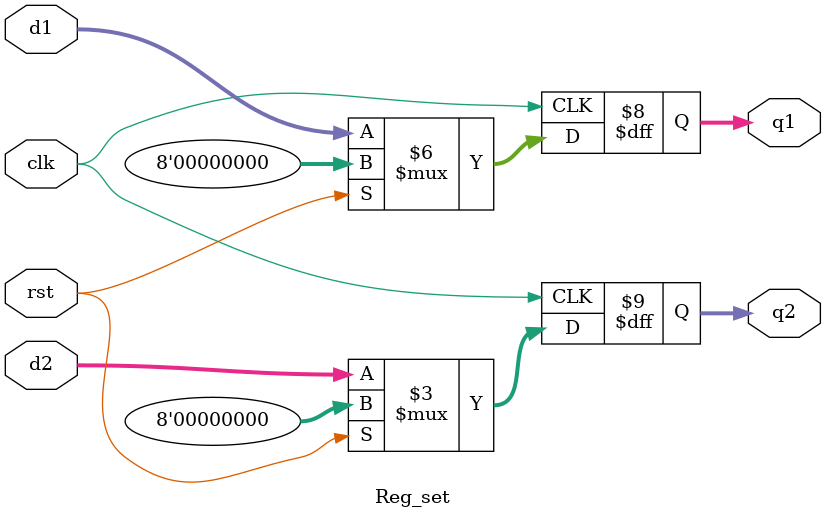
<source format=v>
`timescale 1ns / 1ps


module Reg_set(q1,q2,clk,rst,d1,d2);
input [7:0] d1,d2;
input clk,rst;
output reg [7:0] q1,q2;

always @(posedge clk ) begin
    if(rst) begin
        q1 <= 0;
        q2 <= 0;
     end
     else begin
        q1 <= d1;
        q2 <= d2;
     end
end
endmodule

</source>
